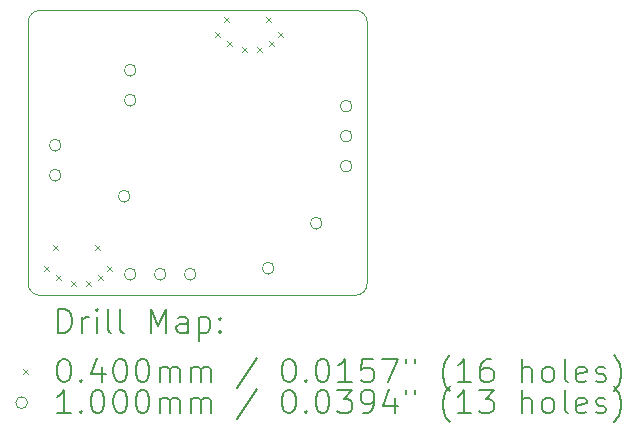
<source format=gbr>
%TF.GenerationSoftware,KiCad,Pcbnew,7.0.6*%
%TF.CreationDate,2024-02-24T16:41:01-05:00*%
%TF.ProjectId,ads1120_breakout,61647331-3132-4305-9f62-7265616b6f75,rev?*%
%TF.SameCoordinates,Original*%
%TF.FileFunction,Drillmap*%
%TF.FilePolarity,Positive*%
%FSLAX45Y45*%
G04 Gerber Fmt 4.5, Leading zero omitted, Abs format (unit mm)*
G04 Created by KiCad (PCBNEW 7.0.6) date 2024-02-24 16:41:01*
%MOMM*%
%LPD*%
G01*
G04 APERTURE LIST*
%ADD10C,0.100000*%
%ADD11C,0.200000*%
%ADD12C,0.040000*%
G04 APERTURE END LIST*
D10*
X15798800Y-7313600D02*
G75*
G03*
X15698800Y-7213600I-100000J0D01*
G01*
X15698800Y-9626600D02*
G75*
G03*
X15798800Y-9526600I0J100000D01*
G01*
X12928600Y-9526600D02*
G75*
G03*
X13028600Y-9626600I100000J0D01*
G01*
X13028600Y-7213600D02*
G75*
G03*
X12928600Y-7313600I0J-100000D01*
G01*
X15698800Y-7213600D02*
X13028600Y-7213600D01*
X15798800Y-9526600D02*
X15798800Y-7313600D01*
X13028600Y-9626600D02*
X15698800Y-9626600D01*
X12928600Y-7313600D02*
X12928600Y-9526600D01*
D11*
D12*
X13061000Y-9378000D02*
X13101000Y-9418000D01*
X13101000Y-9378000D02*
X13061000Y-9418000D01*
X13137200Y-9200200D02*
X13177200Y-9240200D01*
X13177200Y-9200200D02*
X13137200Y-9240200D01*
X13162600Y-9454200D02*
X13202600Y-9494200D01*
X13202600Y-9454200D02*
X13162600Y-9494200D01*
X13289600Y-9505000D02*
X13329600Y-9545000D01*
X13329600Y-9505000D02*
X13289600Y-9545000D01*
X13416600Y-9505000D02*
X13456600Y-9545000D01*
X13456600Y-9505000D02*
X13416600Y-9545000D01*
X13492800Y-9200200D02*
X13532800Y-9240200D01*
X13532800Y-9200200D02*
X13492800Y-9240200D01*
X13518200Y-9454200D02*
X13558200Y-9494200D01*
X13558200Y-9454200D02*
X13518200Y-9494200D01*
X13594400Y-9378000D02*
X13634400Y-9418000D01*
X13634400Y-9378000D02*
X13594400Y-9418000D01*
X14508800Y-7396800D02*
X14548800Y-7436800D01*
X14548800Y-7396800D02*
X14508800Y-7436800D01*
X14585000Y-7269800D02*
X14625000Y-7309800D01*
X14625000Y-7269800D02*
X14585000Y-7309800D01*
X14610400Y-7473000D02*
X14650400Y-7513000D01*
X14650400Y-7473000D02*
X14610400Y-7513000D01*
X14737400Y-7523800D02*
X14777400Y-7563800D01*
X14777400Y-7523800D02*
X14737400Y-7563800D01*
X14864400Y-7523800D02*
X14904400Y-7563800D01*
X14904400Y-7523800D02*
X14864400Y-7563800D01*
X14940600Y-7269800D02*
X14980600Y-7309800D01*
X14980600Y-7269800D02*
X14940600Y-7309800D01*
X14966000Y-7473000D02*
X15006000Y-7513000D01*
X15006000Y-7473000D02*
X14966000Y-7513000D01*
X15042200Y-7396800D02*
X15082200Y-7436800D01*
X15082200Y-7396800D02*
X15042200Y-7436800D01*
D10*
X13207200Y-8356600D02*
G75*
G03*
X13207200Y-8356600I-50000J0D01*
G01*
X13207200Y-8610600D02*
G75*
G03*
X13207200Y-8610600I-50000J0D01*
G01*
X13791400Y-8788400D02*
G75*
G03*
X13791400Y-8788400I-50000J0D01*
G01*
X13842200Y-7721600D02*
G75*
G03*
X13842200Y-7721600I-50000J0D01*
G01*
X13842200Y-7975600D02*
G75*
G03*
X13842200Y-7975600I-50000J0D01*
G01*
X13842200Y-9448800D02*
G75*
G03*
X13842200Y-9448800I-50000J0D01*
G01*
X14096200Y-9448800D02*
G75*
G03*
X14096200Y-9448800I-50000J0D01*
G01*
X14350200Y-9448800D02*
G75*
G03*
X14350200Y-9448800I-50000J0D01*
G01*
X15010600Y-9398000D02*
G75*
G03*
X15010600Y-9398000I-50000J0D01*
G01*
X15417000Y-9017000D02*
G75*
G03*
X15417000Y-9017000I-50000J0D01*
G01*
X15671000Y-8024900D02*
G75*
G03*
X15671000Y-8024900I-50000J0D01*
G01*
X15671000Y-8278900D02*
G75*
G03*
X15671000Y-8278900I-50000J0D01*
G01*
X15671000Y-8532900D02*
G75*
G03*
X15671000Y-8532900I-50000J0D01*
G01*
D11*
X13184377Y-9943084D02*
X13184377Y-9743084D01*
X13184377Y-9743084D02*
X13231996Y-9743084D01*
X13231996Y-9743084D02*
X13260567Y-9752608D01*
X13260567Y-9752608D02*
X13279615Y-9771655D01*
X13279615Y-9771655D02*
X13289139Y-9790703D01*
X13289139Y-9790703D02*
X13298662Y-9828798D01*
X13298662Y-9828798D02*
X13298662Y-9857370D01*
X13298662Y-9857370D02*
X13289139Y-9895465D01*
X13289139Y-9895465D02*
X13279615Y-9914512D01*
X13279615Y-9914512D02*
X13260567Y-9933560D01*
X13260567Y-9933560D02*
X13231996Y-9943084D01*
X13231996Y-9943084D02*
X13184377Y-9943084D01*
X13384377Y-9943084D02*
X13384377Y-9809750D01*
X13384377Y-9847846D02*
X13393901Y-9828798D01*
X13393901Y-9828798D02*
X13403424Y-9819274D01*
X13403424Y-9819274D02*
X13422472Y-9809750D01*
X13422472Y-9809750D02*
X13441520Y-9809750D01*
X13508186Y-9943084D02*
X13508186Y-9809750D01*
X13508186Y-9743084D02*
X13498662Y-9752608D01*
X13498662Y-9752608D02*
X13508186Y-9762131D01*
X13508186Y-9762131D02*
X13517710Y-9752608D01*
X13517710Y-9752608D02*
X13508186Y-9743084D01*
X13508186Y-9743084D02*
X13508186Y-9762131D01*
X13631996Y-9943084D02*
X13612948Y-9933560D01*
X13612948Y-9933560D02*
X13603424Y-9914512D01*
X13603424Y-9914512D02*
X13603424Y-9743084D01*
X13736758Y-9943084D02*
X13717710Y-9933560D01*
X13717710Y-9933560D02*
X13708186Y-9914512D01*
X13708186Y-9914512D02*
X13708186Y-9743084D01*
X13965329Y-9943084D02*
X13965329Y-9743084D01*
X13965329Y-9743084D02*
X14031996Y-9885941D01*
X14031996Y-9885941D02*
X14098662Y-9743084D01*
X14098662Y-9743084D02*
X14098662Y-9943084D01*
X14279615Y-9943084D02*
X14279615Y-9838322D01*
X14279615Y-9838322D02*
X14270091Y-9819274D01*
X14270091Y-9819274D02*
X14251043Y-9809750D01*
X14251043Y-9809750D02*
X14212948Y-9809750D01*
X14212948Y-9809750D02*
X14193901Y-9819274D01*
X14279615Y-9933560D02*
X14260567Y-9943084D01*
X14260567Y-9943084D02*
X14212948Y-9943084D01*
X14212948Y-9943084D02*
X14193901Y-9933560D01*
X14193901Y-9933560D02*
X14184377Y-9914512D01*
X14184377Y-9914512D02*
X14184377Y-9895465D01*
X14184377Y-9895465D02*
X14193901Y-9876417D01*
X14193901Y-9876417D02*
X14212948Y-9866893D01*
X14212948Y-9866893D02*
X14260567Y-9866893D01*
X14260567Y-9866893D02*
X14279615Y-9857370D01*
X14374853Y-9809750D02*
X14374853Y-10009750D01*
X14374853Y-9819274D02*
X14393901Y-9809750D01*
X14393901Y-9809750D02*
X14431996Y-9809750D01*
X14431996Y-9809750D02*
X14451043Y-9819274D01*
X14451043Y-9819274D02*
X14460567Y-9828798D01*
X14460567Y-9828798D02*
X14470091Y-9847846D01*
X14470091Y-9847846D02*
X14470091Y-9904989D01*
X14470091Y-9904989D02*
X14460567Y-9924036D01*
X14460567Y-9924036D02*
X14451043Y-9933560D01*
X14451043Y-9933560D02*
X14431996Y-9943084D01*
X14431996Y-9943084D02*
X14393901Y-9943084D01*
X14393901Y-9943084D02*
X14374853Y-9933560D01*
X14555805Y-9924036D02*
X14565329Y-9933560D01*
X14565329Y-9933560D02*
X14555805Y-9943084D01*
X14555805Y-9943084D02*
X14546282Y-9933560D01*
X14546282Y-9933560D02*
X14555805Y-9924036D01*
X14555805Y-9924036D02*
X14555805Y-9943084D01*
X14555805Y-9819274D02*
X14565329Y-9828798D01*
X14565329Y-9828798D02*
X14555805Y-9838322D01*
X14555805Y-9838322D02*
X14546282Y-9828798D01*
X14546282Y-9828798D02*
X14555805Y-9819274D01*
X14555805Y-9819274D02*
X14555805Y-9838322D01*
D12*
X12883600Y-10251600D02*
X12923600Y-10291600D01*
X12923600Y-10251600D02*
X12883600Y-10291600D01*
D11*
X13222472Y-10163084D02*
X13241520Y-10163084D01*
X13241520Y-10163084D02*
X13260567Y-10172608D01*
X13260567Y-10172608D02*
X13270091Y-10182131D01*
X13270091Y-10182131D02*
X13279615Y-10201179D01*
X13279615Y-10201179D02*
X13289139Y-10239274D01*
X13289139Y-10239274D02*
X13289139Y-10286893D01*
X13289139Y-10286893D02*
X13279615Y-10324989D01*
X13279615Y-10324989D02*
X13270091Y-10344036D01*
X13270091Y-10344036D02*
X13260567Y-10353560D01*
X13260567Y-10353560D02*
X13241520Y-10363084D01*
X13241520Y-10363084D02*
X13222472Y-10363084D01*
X13222472Y-10363084D02*
X13203424Y-10353560D01*
X13203424Y-10353560D02*
X13193901Y-10344036D01*
X13193901Y-10344036D02*
X13184377Y-10324989D01*
X13184377Y-10324989D02*
X13174853Y-10286893D01*
X13174853Y-10286893D02*
X13174853Y-10239274D01*
X13174853Y-10239274D02*
X13184377Y-10201179D01*
X13184377Y-10201179D02*
X13193901Y-10182131D01*
X13193901Y-10182131D02*
X13203424Y-10172608D01*
X13203424Y-10172608D02*
X13222472Y-10163084D01*
X13374853Y-10344036D02*
X13384377Y-10353560D01*
X13384377Y-10353560D02*
X13374853Y-10363084D01*
X13374853Y-10363084D02*
X13365329Y-10353560D01*
X13365329Y-10353560D02*
X13374853Y-10344036D01*
X13374853Y-10344036D02*
X13374853Y-10363084D01*
X13555805Y-10229750D02*
X13555805Y-10363084D01*
X13508186Y-10153560D02*
X13460567Y-10296417D01*
X13460567Y-10296417D02*
X13584377Y-10296417D01*
X13698662Y-10163084D02*
X13717710Y-10163084D01*
X13717710Y-10163084D02*
X13736758Y-10172608D01*
X13736758Y-10172608D02*
X13746282Y-10182131D01*
X13746282Y-10182131D02*
X13755805Y-10201179D01*
X13755805Y-10201179D02*
X13765329Y-10239274D01*
X13765329Y-10239274D02*
X13765329Y-10286893D01*
X13765329Y-10286893D02*
X13755805Y-10324989D01*
X13755805Y-10324989D02*
X13746282Y-10344036D01*
X13746282Y-10344036D02*
X13736758Y-10353560D01*
X13736758Y-10353560D02*
X13717710Y-10363084D01*
X13717710Y-10363084D02*
X13698662Y-10363084D01*
X13698662Y-10363084D02*
X13679615Y-10353560D01*
X13679615Y-10353560D02*
X13670091Y-10344036D01*
X13670091Y-10344036D02*
X13660567Y-10324989D01*
X13660567Y-10324989D02*
X13651043Y-10286893D01*
X13651043Y-10286893D02*
X13651043Y-10239274D01*
X13651043Y-10239274D02*
X13660567Y-10201179D01*
X13660567Y-10201179D02*
X13670091Y-10182131D01*
X13670091Y-10182131D02*
X13679615Y-10172608D01*
X13679615Y-10172608D02*
X13698662Y-10163084D01*
X13889139Y-10163084D02*
X13908186Y-10163084D01*
X13908186Y-10163084D02*
X13927234Y-10172608D01*
X13927234Y-10172608D02*
X13936758Y-10182131D01*
X13936758Y-10182131D02*
X13946282Y-10201179D01*
X13946282Y-10201179D02*
X13955805Y-10239274D01*
X13955805Y-10239274D02*
X13955805Y-10286893D01*
X13955805Y-10286893D02*
X13946282Y-10324989D01*
X13946282Y-10324989D02*
X13936758Y-10344036D01*
X13936758Y-10344036D02*
X13927234Y-10353560D01*
X13927234Y-10353560D02*
X13908186Y-10363084D01*
X13908186Y-10363084D02*
X13889139Y-10363084D01*
X13889139Y-10363084D02*
X13870091Y-10353560D01*
X13870091Y-10353560D02*
X13860567Y-10344036D01*
X13860567Y-10344036D02*
X13851043Y-10324989D01*
X13851043Y-10324989D02*
X13841520Y-10286893D01*
X13841520Y-10286893D02*
X13841520Y-10239274D01*
X13841520Y-10239274D02*
X13851043Y-10201179D01*
X13851043Y-10201179D02*
X13860567Y-10182131D01*
X13860567Y-10182131D02*
X13870091Y-10172608D01*
X13870091Y-10172608D02*
X13889139Y-10163084D01*
X14041520Y-10363084D02*
X14041520Y-10229750D01*
X14041520Y-10248798D02*
X14051043Y-10239274D01*
X14051043Y-10239274D02*
X14070091Y-10229750D01*
X14070091Y-10229750D02*
X14098663Y-10229750D01*
X14098663Y-10229750D02*
X14117710Y-10239274D01*
X14117710Y-10239274D02*
X14127234Y-10258322D01*
X14127234Y-10258322D02*
X14127234Y-10363084D01*
X14127234Y-10258322D02*
X14136758Y-10239274D01*
X14136758Y-10239274D02*
X14155805Y-10229750D01*
X14155805Y-10229750D02*
X14184377Y-10229750D01*
X14184377Y-10229750D02*
X14203424Y-10239274D01*
X14203424Y-10239274D02*
X14212948Y-10258322D01*
X14212948Y-10258322D02*
X14212948Y-10363084D01*
X14308186Y-10363084D02*
X14308186Y-10229750D01*
X14308186Y-10248798D02*
X14317710Y-10239274D01*
X14317710Y-10239274D02*
X14336758Y-10229750D01*
X14336758Y-10229750D02*
X14365329Y-10229750D01*
X14365329Y-10229750D02*
X14384377Y-10239274D01*
X14384377Y-10239274D02*
X14393901Y-10258322D01*
X14393901Y-10258322D02*
X14393901Y-10363084D01*
X14393901Y-10258322D02*
X14403424Y-10239274D01*
X14403424Y-10239274D02*
X14422472Y-10229750D01*
X14422472Y-10229750D02*
X14451043Y-10229750D01*
X14451043Y-10229750D02*
X14470091Y-10239274D01*
X14470091Y-10239274D02*
X14479615Y-10258322D01*
X14479615Y-10258322D02*
X14479615Y-10363084D01*
X14870091Y-10153560D02*
X14698663Y-10410703D01*
X15127234Y-10163084D02*
X15146282Y-10163084D01*
X15146282Y-10163084D02*
X15165329Y-10172608D01*
X15165329Y-10172608D02*
X15174853Y-10182131D01*
X15174853Y-10182131D02*
X15184377Y-10201179D01*
X15184377Y-10201179D02*
X15193901Y-10239274D01*
X15193901Y-10239274D02*
X15193901Y-10286893D01*
X15193901Y-10286893D02*
X15184377Y-10324989D01*
X15184377Y-10324989D02*
X15174853Y-10344036D01*
X15174853Y-10344036D02*
X15165329Y-10353560D01*
X15165329Y-10353560D02*
X15146282Y-10363084D01*
X15146282Y-10363084D02*
X15127234Y-10363084D01*
X15127234Y-10363084D02*
X15108186Y-10353560D01*
X15108186Y-10353560D02*
X15098663Y-10344036D01*
X15098663Y-10344036D02*
X15089139Y-10324989D01*
X15089139Y-10324989D02*
X15079615Y-10286893D01*
X15079615Y-10286893D02*
X15079615Y-10239274D01*
X15079615Y-10239274D02*
X15089139Y-10201179D01*
X15089139Y-10201179D02*
X15098663Y-10182131D01*
X15098663Y-10182131D02*
X15108186Y-10172608D01*
X15108186Y-10172608D02*
X15127234Y-10163084D01*
X15279615Y-10344036D02*
X15289139Y-10353560D01*
X15289139Y-10353560D02*
X15279615Y-10363084D01*
X15279615Y-10363084D02*
X15270091Y-10353560D01*
X15270091Y-10353560D02*
X15279615Y-10344036D01*
X15279615Y-10344036D02*
X15279615Y-10363084D01*
X15412948Y-10163084D02*
X15431996Y-10163084D01*
X15431996Y-10163084D02*
X15451044Y-10172608D01*
X15451044Y-10172608D02*
X15460567Y-10182131D01*
X15460567Y-10182131D02*
X15470091Y-10201179D01*
X15470091Y-10201179D02*
X15479615Y-10239274D01*
X15479615Y-10239274D02*
X15479615Y-10286893D01*
X15479615Y-10286893D02*
X15470091Y-10324989D01*
X15470091Y-10324989D02*
X15460567Y-10344036D01*
X15460567Y-10344036D02*
X15451044Y-10353560D01*
X15451044Y-10353560D02*
X15431996Y-10363084D01*
X15431996Y-10363084D02*
X15412948Y-10363084D01*
X15412948Y-10363084D02*
X15393901Y-10353560D01*
X15393901Y-10353560D02*
X15384377Y-10344036D01*
X15384377Y-10344036D02*
X15374853Y-10324989D01*
X15374853Y-10324989D02*
X15365329Y-10286893D01*
X15365329Y-10286893D02*
X15365329Y-10239274D01*
X15365329Y-10239274D02*
X15374853Y-10201179D01*
X15374853Y-10201179D02*
X15384377Y-10182131D01*
X15384377Y-10182131D02*
X15393901Y-10172608D01*
X15393901Y-10172608D02*
X15412948Y-10163084D01*
X15670091Y-10363084D02*
X15555806Y-10363084D01*
X15612948Y-10363084D02*
X15612948Y-10163084D01*
X15612948Y-10163084D02*
X15593901Y-10191655D01*
X15593901Y-10191655D02*
X15574853Y-10210703D01*
X15574853Y-10210703D02*
X15555806Y-10220227D01*
X15851044Y-10163084D02*
X15755806Y-10163084D01*
X15755806Y-10163084D02*
X15746282Y-10258322D01*
X15746282Y-10258322D02*
X15755806Y-10248798D01*
X15755806Y-10248798D02*
X15774853Y-10239274D01*
X15774853Y-10239274D02*
X15822472Y-10239274D01*
X15822472Y-10239274D02*
X15841520Y-10248798D01*
X15841520Y-10248798D02*
X15851044Y-10258322D01*
X15851044Y-10258322D02*
X15860567Y-10277370D01*
X15860567Y-10277370D02*
X15860567Y-10324989D01*
X15860567Y-10324989D02*
X15851044Y-10344036D01*
X15851044Y-10344036D02*
X15841520Y-10353560D01*
X15841520Y-10353560D02*
X15822472Y-10363084D01*
X15822472Y-10363084D02*
X15774853Y-10363084D01*
X15774853Y-10363084D02*
X15755806Y-10353560D01*
X15755806Y-10353560D02*
X15746282Y-10344036D01*
X15927234Y-10163084D02*
X16060567Y-10163084D01*
X16060567Y-10163084D02*
X15974853Y-10363084D01*
X16127234Y-10163084D02*
X16127234Y-10201179D01*
X16203425Y-10163084D02*
X16203425Y-10201179D01*
X16498663Y-10439274D02*
X16489139Y-10429750D01*
X16489139Y-10429750D02*
X16470091Y-10401179D01*
X16470091Y-10401179D02*
X16460568Y-10382131D01*
X16460568Y-10382131D02*
X16451044Y-10353560D01*
X16451044Y-10353560D02*
X16441520Y-10305941D01*
X16441520Y-10305941D02*
X16441520Y-10267846D01*
X16441520Y-10267846D02*
X16451044Y-10220227D01*
X16451044Y-10220227D02*
X16460568Y-10191655D01*
X16460568Y-10191655D02*
X16470091Y-10172608D01*
X16470091Y-10172608D02*
X16489139Y-10144036D01*
X16489139Y-10144036D02*
X16498663Y-10134512D01*
X16679615Y-10363084D02*
X16565329Y-10363084D01*
X16622472Y-10363084D02*
X16622472Y-10163084D01*
X16622472Y-10163084D02*
X16603425Y-10191655D01*
X16603425Y-10191655D02*
X16584377Y-10210703D01*
X16584377Y-10210703D02*
X16565329Y-10220227D01*
X16851044Y-10163084D02*
X16812949Y-10163084D01*
X16812949Y-10163084D02*
X16793901Y-10172608D01*
X16793901Y-10172608D02*
X16784377Y-10182131D01*
X16784377Y-10182131D02*
X16765329Y-10210703D01*
X16765329Y-10210703D02*
X16755806Y-10248798D01*
X16755806Y-10248798D02*
X16755806Y-10324989D01*
X16755806Y-10324989D02*
X16765329Y-10344036D01*
X16765329Y-10344036D02*
X16774853Y-10353560D01*
X16774853Y-10353560D02*
X16793901Y-10363084D01*
X16793901Y-10363084D02*
X16831996Y-10363084D01*
X16831996Y-10363084D02*
X16851044Y-10353560D01*
X16851044Y-10353560D02*
X16860568Y-10344036D01*
X16860568Y-10344036D02*
X16870091Y-10324989D01*
X16870091Y-10324989D02*
X16870091Y-10277370D01*
X16870091Y-10277370D02*
X16860568Y-10258322D01*
X16860568Y-10258322D02*
X16851044Y-10248798D01*
X16851044Y-10248798D02*
X16831996Y-10239274D01*
X16831996Y-10239274D02*
X16793901Y-10239274D01*
X16793901Y-10239274D02*
X16774853Y-10248798D01*
X16774853Y-10248798D02*
X16765329Y-10258322D01*
X16765329Y-10258322D02*
X16755806Y-10277370D01*
X17108187Y-10363084D02*
X17108187Y-10163084D01*
X17193901Y-10363084D02*
X17193901Y-10258322D01*
X17193901Y-10258322D02*
X17184377Y-10239274D01*
X17184377Y-10239274D02*
X17165330Y-10229750D01*
X17165330Y-10229750D02*
X17136758Y-10229750D01*
X17136758Y-10229750D02*
X17117711Y-10239274D01*
X17117711Y-10239274D02*
X17108187Y-10248798D01*
X17317711Y-10363084D02*
X17298663Y-10353560D01*
X17298663Y-10353560D02*
X17289139Y-10344036D01*
X17289139Y-10344036D02*
X17279615Y-10324989D01*
X17279615Y-10324989D02*
X17279615Y-10267846D01*
X17279615Y-10267846D02*
X17289139Y-10248798D01*
X17289139Y-10248798D02*
X17298663Y-10239274D01*
X17298663Y-10239274D02*
X17317711Y-10229750D01*
X17317711Y-10229750D02*
X17346282Y-10229750D01*
X17346282Y-10229750D02*
X17365330Y-10239274D01*
X17365330Y-10239274D02*
X17374853Y-10248798D01*
X17374853Y-10248798D02*
X17384377Y-10267846D01*
X17384377Y-10267846D02*
X17384377Y-10324989D01*
X17384377Y-10324989D02*
X17374853Y-10344036D01*
X17374853Y-10344036D02*
X17365330Y-10353560D01*
X17365330Y-10353560D02*
X17346282Y-10363084D01*
X17346282Y-10363084D02*
X17317711Y-10363084D01*
X17498663Y-10363084D02*
X17479615Y-10353560D01*
X17479615Y-10353560D02*
X17470092Y-10334512D01*
X17470092Y-10334512D02*
X17470092Y-10163084D01*
X17651044Y-10353560D02*
X17631996Y-10363084D01*
X17631996Y-10363084D02*
X17593901Y-10363084D01*
X17593901Y-10363084D02*
X17574853Y-10353560D01*
X17574853Y-10353560D02*
X17565330Y-10334512D01*
X17565330Y-10334512D02*
X17565330Y-10258322D01*
X17565330Y-10258322D02*
X17574853Y-10239274D01*
X17574853Y-10239274D02*
X17593901Y-10229750D01*
X17593901Y-10229750D02*
X17631996Y-10229750D01*
X17631996Y-10229750D02*
X17651044Y-10239274D01*
X17651044Y-10239274D02*
X17660568Y-10258322D01*
X17660568Y-10258322D02*
X17660568Y-10277370D01*
X17660568Y-10277370D02*
X17565330Y-10296417D01*
X17736758Y-10353560D02*
X17755806Y-10363084D01*
X17755806Y-10363084D02*
X17793901Y-10363084D01*
X17793901Y-10363084D02*
X17812949Y-10353560D01*
X17812949Y-10353560D02*
X17822473Y-10334512D01*
X17822473Y-10334512D02*
X17822473Y-10324989D01*
X17822473Y-10324989D02*
X17812949Y-10305941D01*
X17812949Y-10305941D02*
X17793901Y-10296417D01*
X17793901Y-10296417D02*
X17765330Y-10296417D01*
X17765330Y-10296417D02*
X17746282Y-10286893D01*
X17746282Y-10286893D02*
X17736758Y-10267846D01*
X17736758Y-10267846D02*
X17736758Y-10258322D01*
X17736758Y-10258322D02*
X17746282Y-10239274D01*
X17746282Y-10239274D02*
X17765330Y-10229750D01*
X17765330Y-10229750D02*
X17793901Y-10229750D01*
X17793901Y-10229750D02*
X17812949Y-10239274D01*
X17889139Y-10439274D02*
X17898663Y-10429750D01*
X17898663Y-10429750D02*
X17917711Y-10401179D01*
X17917711Y-10401179D02*
X17927234Y-10382131D01*
X17927234Y-10382131D02*
X17936758Y-10353560D01*
X17936758Y-10353560D02*
X17946282Y-10305941D01*
X17946282Y-10305941D02*
X17946282Y-10267846D01*
X17946282Y-10267846D02*
X17936758Y-10220227D01*
X17936758Y-10220227D02*
X17927234Y-10191655D01*
X17927234Y-10191655D02*
X17917711Y-10172608D01*
X17917711Y-10172608D02*
X17898663Y-10144036D01*
X17898663Y-10144036D02*
X17889139Y-10134512D01*
D10*
X12923600Y-10535600D02*
G75*
G03*
X12923600Y-10535600I-50000J0D01*
G01*
D11*
X13289139Y-10627084D02*
X13174853Y-10627084D01*
X13231996Y-10627084D02*
X13231996Y-10427084D01*
X13231996Y-10427084D02*
X13212948Y-10455655D01*
X13212948Y-10455655D02*
X13193901Y-10474703D01*
X13193901Y-10474703D02*
X13174853Y-10484227D01*
X13374853Y-10608036D02*
X13384377Y-10617560D01*
X13384377Y-10617560D02*
X13374853Y-10627084D01*
X13374853Y-10627084D02*
X13365329Y-10617560D01*
X13365329Y-10617560D02*
X13374853Y-10608036D01*
X13374853Y-10608036D02*
X13374853Y-10627084D01*
X13508186Y-10427084D02*
X13527234Y-10427084D01*
X13527234Y-10427084D02*
X13546282Y-10436608D01*
X13546282Y-10436608D02*
X13555805Y-10446131D01*
X13555805Y-10446131D02*
X13565329Y-10465179D01*
X13565329Y-10465179D02*
X13574853Y-10503274D01*
X13574853Y-10503274D02*
X13574853Y-10550893D01*
X13574853Y-10550893D02*
X13565329Y-10588989D01*
X13565329Y-10588989D02*
X13555805Y-10608036D01*
X13555805Y-10608036D02*
X13546282Y-10617560D01*
X13546282Y-10617560D02*
X13527234Y-10627084D01*
X13527234Y-10627084D02*
X13508186Y-10627084D01*
X13508186Y-10627084D02*
X13489139Y-10617560D01*
X13489139Y-10617560D02*
X13479615Y-10608036D01*
X13479615Y-10608036D02*
X13470091Y-10588989D01*
X13470091Y-10588989D02*
X13460567Y-10550893D01*
X13460567Y-10550893D02*
X13460567Y-10503274D01*
X13460567Y-10503274D02*
X13470091Y-10465179D01*
X13470091Y-10465179D02*
X13479615Y-10446131D01*
X13479615Y-10446131D02*
X13489139Y-10436608D01*
X13489139Y-10436608D02*
X13508186Y-10427084D01*
X13698662Y-10427084D02*
X13717710Y-10427084D01*
X13717710Y-10427084D02*
X13736758Y-10436608D01*
X13736758Y-10436608D02*
X13746282Y-10446131D01*
X13746282Y-10446131D02*
X13755805Y-10465179D01*
X13755805Y-10465179D02*
X13765329Y-10503274D01*
X13765329Y-10503274D02*
X13765329Y-10550893D01*
X13765329Y-10550893D02*
X13755805Y-10588989D01*
X13755805Y-10588989D02*
X13746282Y-10608036D01*
X13746282Y-10608036D02*
X13736758Y-10617560D01*
X13736758Y-10617560D02*
X13717710Y-10627084D01*
X13717710Y-10627084D02*
X13698662Y-10627084D01*
X13698662Y-10627084D02*
X13679615Y-10617560D01*
X13679615Y-10617560D02*
X13670091Y-10608036D01*
X13670091Y-10608036D02*
X13660567Y-10588989D01*
X13660567Y-10588989D02*
X13651043Y-10550893D01*
X13651043Y-10550893D02*
X13651043Y-10503274D01*
X13651043Y-10503274D02*
X13660567Y-10465179D01*
X13660567Y-10465179D02*
X13670091Y-10446131D01*
X13670091Y-10446131D02*
X13679615Y-10436608D01*
X13679615Y-10436608D02*
X13698662Y-10427084D01*
X13889139Y-10427084D02*
X13908186Y-10427084D01*
X13908186Y-10427084D02*
X13927234Y-10436608D01*
X13927234Y-10436608D02*
X13936758Y-10446131D01*
X13936758Y-10446131D02*
X13946282Y-10465179D01*
X13946282Y-10465179D02*
X13955805Y-10503274D01*
X13955805Y-10503274D02*
X13955805Y-10550893D01*
X13955805Y-10550893D02*
X13946282Y-10588989D01*
X13946282Y-10588989D02*
X13936758Y-10608036D01*
X13936758Y-10608036D02*
X13927234Y-10617560D01*
X13927234Y-10617560D02*
X13908186Y-10627084D01*
X13908186Y-10627084D02*
X13889139Y-10627084D01*
X13889139Y-10627084D02*
X13870091Y-10617560D01*
X13870091Y-10617560D02*
X13860567Y-10608036D01*
X13860567Y-10608036D02*
X13851043Y-10588989D01*
X13851043Y-10588989D02*
X13841520Y-10550893D01*
X13841520Y-10550893D02*
X13841520Y-10503274D01*
X13841520Y-10503274D02*
X13851043Y-10465179D01*
X13851043Y-10465179D02*
X13860567Y-10446131D01*
X13860567Y-10446131D02*
X13870091Y-10436608D01*
X13870091Y-10436608D02*
X13889139Y-10427084D01*
X14041520Y-10627084D02*
X14041520Y-10493750D01*
X14041520Y-10512798D02*
X14051043Y-10503274D01*
X14051043Y-10503274D02*
X14070091Y-10493750D01*
X14070091Y-10493750D02*
X14098663Y-10493750D01*
X14098663Y-10493750D02*
X14117710Y-10503274D01*
X14117710Y-10503274D02*
X14127234Y-10522322D01*
X14127234Y-10522322D02*
X14127234Y-10627084D01*
X14127234Y-10522322D02*
X14136758Y-10503274D01*
X14136758Y-10503274D02*
X14155805Y-10493750D01*
X14155805Y-10493750D02*
X14184377Y-10493750D01*
X14184377Y-10493750D02*
X14203424Y-10503274D01*
X14203424Y-10503274D02*
X14212948Y-10522322D01*
X14212948Y-10522322D02*
X14212948Y-10627084D01*
X14308186Y-10627084D02*
X14308186Y-10493750D01*
X14308186Y-10512798D02*
X14317710Y-10503274D01*
X14317710Y-10503274D02*
X14336758Y-10493750D01*
X14336758Y-10493750D02*
X14365329Y-10493750D01*
X14365329Y-10493750D02*
X14384377Y-10503274D01*
X14384377Y-10503274D02*
X14393901Y-10522322D01*
X14393901Y-10522322D02*
X14393901Y-10627084D01*
X14393901Y-10522322D02*
X14403424Y-10503274D01*
X14403424Y-10503274D02*
X14422472Y-10493750D01*
X14422472Y-10493750D02*
X14451043Y-10493750D01*
X14451043Y-10493750D02*
X14470091Y-10503274D01*
X14470091Y-10503274D02*
X14479615Y-10522322D01*
X14479615Y-10522322D02*
X14479615Y-10627084D01*
X14870091Y-10417560D02*
X14698663Y-10674703D01*
X15127234Y-10427084D02*
X15146282Y-10427084D01*
X15146282Y-10427084D02*
X15165329Y-10436608D01*
X15165329Y-10436608D02*
X15174853Y-10446131D01*
X15174853Y-10446131D02*
X15184377Y-10465179D01*
X15184377Y-10465179D02*
X15193901Y-10503274D01*
X15193901Y-10503274D02*
X15193901Y-10550893D01*
X15193901Y-10550893D02*
X15184377Y-10588989D01*
X15184377Y-10588989D02*
X15174853Y-10608036D01*
X15174853Y-10608036D02*
X15165329Y-10617560D01*
X15165329Y-10617560D02*
X15146282Y-10627084D01*
X15146282Y-10627084D02*
X15127234Y-10627084D01*
X15127234Y-10627084D02*
X15108186Y-10617560D01*
X15108186Y-10617560D02*
X15098663Y-10608036D01*
X15098663Y-10608036D02*
X15089139Y-10588989D01*
X15089139Y-10588989D02*
X15079615Y-10550893D01*
X15079615Y-10550893D02*
X15079615Y-10503274D01*
X15079615Y-10503274D02*
X15089139Y-10465179D01*
X15089139Y-10465179D02*
X15098663Y-10446131D01*
X15098663Y-10446131D02*
X15108186Y-10436608D01*
X15108186Y-10436608D02*
X15127234Y-10427084D01*
X15279615Y-10608036D02*
X15289139Y-10617560D01*
X15289139Y-10617560D02*
X15279615Y-10627084D01*
X15279615Y-10627084D02*
X15270091Y-10617560D01*
X15270091Y-10617560D02*
X15279615Y-10608036D01*
X15279615Y-10608036D02*
X15279615Y-10627084D01*
X15412948Y-10427084D02*
X15431996Y-10427084D01*
X15431996Y-10427084D02*
X15451044Y-10436608D01*
X15451044Y-10436608D02*
X15460567Y-10446131D01*
X15460567Y-10446131D02*
X15470091Y-10465179D01*
X15470091Y-10465179D02*
X15479615Y-10503274D01*
X15479615Y-10503274D02*
X15479615Y-10550893D01*
X15479615Y-10550893D02*
X15470091Y-10588989D01*
X15470091Y-10588989D02*
X15460567Y-10608036D01*
X15460567Y-10608036D02*
X15451044Y-10617560D01*
X15451044Y-10617560D02*
X15431996Y-10627084D01*
X15431996Y-10627084D02*
X15412948Y-10627084D01*
X15412948Y-10627084D02*
X15393901Y-10617560D01*
X15393901Y-10617560D02*
X15384377Y-10608036D01*
X15384377Y-10608036D02*
X15374853Y-10588989D01*
X15374853Y-10588989D02*
X15365329Y-10550893D01*
X15365329Y-10550893D02*
X15365329Y-10503274D01*
X15365329Y-10503274D02*
X15374853Y-10465179D01*
X15374853Y-10465179D02*
X15384377Y-10446131D01*
X15384377Y-10446131D02*
X15393901Y-10436608D01*
X15393901Y-10436608D02*
X15412948Y-10427084D01*
X15546282Y-10427084D02*
X15670091Y-10427084D01*
X15670091Y-10427084D02*
X15603425Y-10503274D01*
X15603425Y-10503274D02*
X15631996Y-10503274D01*
X15631996Y-10503274D02*
X15651044Y-10512798D01*
X15651044Y-10512798D02*
X15660567Y-10522322D01*
X15660567Y-10522322D02*
X15670091Y-10541370D01*
X15670091Y-10541370D02*
X15670091Y-10588989D01*
X15670091Y-10588989D02*
X15660567Y-10608036D01*
X15660567Y-10608036D02*
X15651044Y-10617560D01*
X15651044Y-10617560D02*
X15631996Y-10627084D01*
X15631996Y-10627084D02*
X15574853Y-10627084D01*
X15574853Y-10627084D02*
X15555806Y-10617560D01*
X15555806Y-10617560D02*
X15546282Y-10608036D01*
X15765329Y-10627084D02*
X15803425Y-10627084D01*
X15803425Y-10627084D02*
X15822472Y-10617560D01*
X15822472Y-10617560D02*
X15831996Y-10608036D01*
X15831996Y-10608036D02*
X15851044Y-10579465D01*
X15851044Y-10579465D02*
X15860567Y-10541370D01*
X15860567Y-10541370D02*
X15860567Y-10465179D01*
X15860567Y-10465179D02*
X15851044Y-10446131D01*
X15851044Y-10446131D02*
X15841520Y-10436608D01*
X15841520Y-10436608D02*
X15822472Y-10427084D01*
X15822472Y-10427084D02*
X15784377Y-10427084D01*
X15784377Y-10427084D02*
X15765329Y-10436608D01*
X15765329Y-10436608D02*
X15755806Y-10446131D01*
X15755806Y-10446131D02*
X15746282Y-10465179D01*
X15746282Y-10465179D02*
X15746282Y-10512798D01*
X15746282Y-10512798D02*
X15755806Y-10531846D01*
X15755806Y-10531846D02*
X15765329Y-10541370D01*
X15765329Y-10541370D02*
X15784377Y-10550893D01*
X15784377Y-10550893D02*
X15822472Y-10550893D01*
X15822472Y-10550893D02*
X15841520Y-10541370D01*
X15841520Y-10541370D02*
X15851044Y-10531846D01*
X15851044Y-10531846D02*
X15860567Y-10512798D01*
X16031996Y-10493750D02*
X16031996Y-10627084D01*
X15984377Y-10417560D02*
X15936758Y-10560417D01*
X15936758Y-10560417D02*
X16060567Y-10560417D01*
X16127234Y-10427084D02*
X16127234Y-10465179D01*
X16203425Y-10427084D02*
X16203425Y-10465179D01*
X16498663Y-10703274D02*
X16489139Y-10693750D01*
X16489139Y-10693750D02*
X16470091Y-10665179D01*
X16470091Y-10665179D02*
X16460568Y-10646131D01*
X16460568Y-10646131D02*
X16451044Y-10617560D01*
X16451044Y-10617560D02*
X16441520Y-10569941D01*
X16441520Y-10569941D02*
X16441520Y-10531846D01*
X16441520Y-10531846D02*
X16451044Y-10484227D01*
X16451044Y-10484227D02*
X16460568Y-10455655D01*
X16460568Y-10455655D02*
X16470091Y-10436608D01*
X16470091Y-10436608D02*
X16489139Y-10408036D01*
X16489139Y-10408036D02*
X16498663Y-10398512D01*
X16679615Y-10627084D02*
X16565329Y-10627084D01*
X16622472Y-10627084D02*
X16622472Y-10427084D01*
X16622472Y-10427084D02*
X16603425Y-10455655D01*
X16603425Y-10455655D02*
X16584377Y-10474703D01*
X16584377Y-10474703D02*
X16565329Y-10484227D01*
X16746282Y-10427084D02*
X16870091Y-10427084D01*
X16870091Y-10427084D02*
X16803425Y-10503274D01*
X16803425Y-10503274D02*
X16831996Y-10503274D01*
X16831996Y-10503274D02*
X16851044Y-10512798D01*
X16851044Y-10512798D02*
X16860568Y-10522322D01*
X16860568Y-10522322D02*
X16870091Y-10541370D01*
X16870091Y-10541370D02*
X16870091Y-10588989D01*
X16870091Y-10588989D02*
X16860568Y-10608036D01*
X16860568Y-10608036D02*
X16851044Y-10617560D01*
X16851044Y-10617560D02*
X16831996Y-10627084D01*
X16831996Y-10627084D02*
X16774853Y-10627084D01*
X16774853Y-10627084D02*
X16755806Y-10617560D01*
X16755806Y-10617560D02*
X16746282Y-10608036D01*
X17108187Y-10627084D02*
X17108187Y-10427084D01*
X17193901Y-10627084D02*
X17193901Y-10522322D01*
X17193901Y-10522322D02*
X17184377Y-10503274D01*
X17184377Y-10503274D02*
X17165330Y-10493750D01*
X17165330Y-10493750D02*
X17136758Y-10493750D01*
X17136758Y-10493750D02*
X17117711Y-10503274D01*
X17117711Y-10503274D02*
X17108187Y-10512798D01*
X17317711Y-10627084D02*
X17298663Y-10617560D01*
X17298663Y-10617560D02*
X17289139Y-10608036D01*
X17289139Y-10608036D02*
X17279615Y-10588989D01*
X17279615Y-10588989D02*
X17279615Y-10531846D01*
X17279615Y-10531846D02*
X17289139Y-10512798D01*
X17289139Y-10512798D02*
X17298663Y-10503274D01*
X17298663Y-10503274D02*
X17317711Y-10493750D01*
X17317711Y-10493750D02*
X17346282Y-10493750D01*
X17346282Y-10493750D02*
X17365330Y-10503274D01*
X17365330Y-10503274D02*
X17374853Y-10512798D01*
X17374853Y-10512798D02*
X17384377Y-10531846D01*
X17384377Y-10531846D02*
X17384377Y-10588989D01*
X17384377Y-10588989D02*
X17374853Y-10608036D01*
X17374853Y-10608036D02*
X17365330Y-10617560D01*
X17365330Y-10617560D02*
X17346282Y-10627084D01*
X17346282Y-10627084D02*
X17317711Y-10627084D01*
X17498663Y-10627084D02*
X17479615Y-10617560D01*
X17479615Y-10617560D02*
X17470092Y-10598512D01*
X17470092Y-10598512D02*
X17470092Y-10427084D01*
X17651044Y-10617560D02*
X17631996Y-10627084D01*
X17631996Y-10627084D02*
X17593901Y-10627084D01*
X17593901Y-10627084D02*
X17574853Y-10617560D01*
X17574853Y-10617560D02*
X17565330Y-10598512D01*
X17565330Y-10598512D02*
X17565330Y-10522322D01*
X17565330Y-10522322D02*
X17574853Y-10503274D01*
X17574853Y-10503274D02*
X17593901Y-10493750D01*
X17593901Y-10493750D02*
X17631996Y-10493750D01*
X17631996Y-10493750D02*
X17651044Y-10503274D01*
X17651044Y-10503274D02*
X17660568Y-10522322D01*
X17660568Y-10522322D02*
X17660568Y-10541370D01*
X17660568Y-10541370D02*
X17565330Y-10560417D01*
X17736758Y-10617560D02*
X17755806Y-10627084D01*
X17755806Y-10627084D02*
X17793901Y-10627084D01*
X17793901Y-10627084D02*
X17812949Y-10617560D01*
X17812949Y-10617560D02*
X17822473Y-10598512D01*
X17822473Y-10598512D02*
X17822473Y-10588989D01*
X17822473Y-10588989D02*
X17812949Y-10569941D01*
X17812949Y-10569941D02*
X17793901Y-10560417D01*
X17793901Y-10560417D02*
X17765330Y-10560417D01*
X17765330Y-10560417D02*
X17746282Y-10550893D01*
X17746282Y-10550893D02*
X17736758Y-10531846D01*
X17736758Y-10531846D02*
X17736758Y-10522322D01*
X17736758Y-10522322D02*
X17746282Y-10503274D01*
X17746282Y-10503274D02*
X17765330Y-10493750D01*
X17765330Y-10493750D02*
X17793901Y-10493750D01*
X17793901Y-10493750D02*
X17812949Y-10503274D01*
X17889139Y-10703274D02*
X17898663Y-10693750D01*
X17898663Y-10693750D02*
X17917711Y-10665179D01*
X17917711Y-10665179D02*
X17927234Y-10646131D01*
X17927234Y-10646131D02*
X17936758Y-10617560D01*
X17936758Y-10617560D02*
X17946282Y-10569941D01*
X17946282Y-10569941D02*
X17946282Y-10531846D01*
X17946282Y-10531846D02*
X17936758Y-10484227D01*
X17936758Y-10484227D02*
X17927234Y-10455655D01*
X17927234Y-10455655D02*
X17917711Y-10436608D01*
X17917711Y-10436608D02*
X17898663Y-10408036D01*
X17898663Y-10408036D02*
X17889139Y-10398512D01*
M02*

</source>
